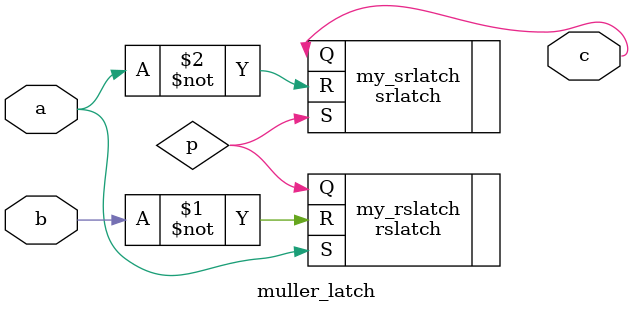
<source format=v>

module muller_latch(
	input a, 
	input b,
	output c
);

wire p;
rslatch my_rslatch(.S(a), .R(~b), .Q(p));
srlatch my_srlatch(.S(p), .R(~a), .Q(c));

endmodule

</source>
